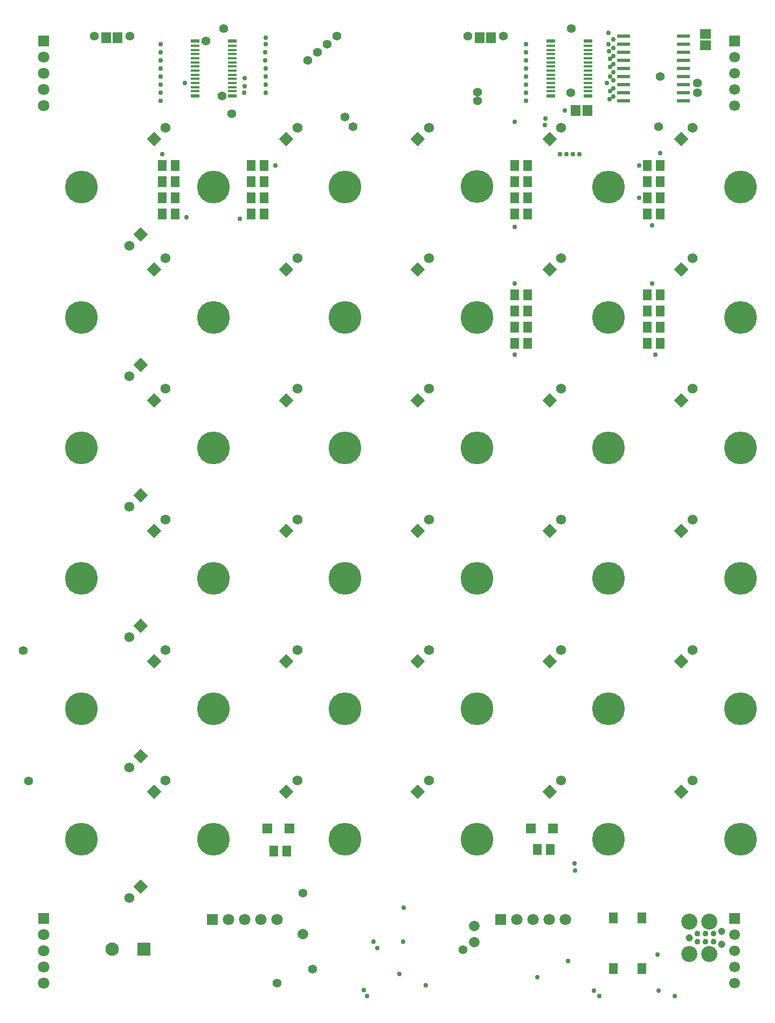
<source format=gbs>
G04*
G04 #@! TF.GenerationSoftware,Altium Limited,Altium Designer,20.2.3 (150)*
G04*
G04 Layer_Color=16711935*
%FSLAX25Y25*%
%MOIN*%
G70*
G04*
G04 #@! TF.SameCoordinates,4877317F-2E7F-43E9-A464-E33F9C0CD60A*
G04*
G04*
G04 #@! TF.FilePolarity,Negative*
G04*
G01*
G75*
%ADD19R,0.05315X0.02362*%
%ADD20R,0.05315X0.01575*%
%ADD23R,0.06693X0.06496*%
%ADD24R,0.06496X0.06693*%
%ADD27R,0.07874X0.02362*%
%ADD28C,0.06181*%
%ADD29P,0.08741X4X270.0*%
%ADD30C,0.20276*%
%ADD31C,0.08268*%
%ADD32R,0.08268X0.08268*%
%ADD33C,0.04491*%
%ADD34C,0.09941*%
%ADD35C,0.06693*%
%ADD36R,0.06693X0.06693*%
%ADD37C,0.07087*%
%ADD38R,0.07087X0.07087*%
%ADD39R,0.07087X0.07087*%
%ADD40C,0.06575*%
%ADD41C,0.02953*%
%ADD42C,0.05591*%
%ADD59R,0.05906X0.05906*%
%ADD62R,0.05512X0.06693*%
%ADD63C,0.03691*%
%ADD64R,0.05709X0.06693*%
D19*
X366484Y712972D02*
D03*
Y747028D02*
D03*
X389516D02*
D03*
Y712972D02*
D03*
X609516D02*
D03*
Y747028D02*
D03*
X586484D02*
D03*
Y712972D02*
D03*
D20*
X366484Y715925D02*
D03*
Y718484D02*
D03*
Y721043D02*
D03*
Y723602D02*
D03*
Y726161D02*
D03*
Y728721D02*
D03*
Y731280D02*
D03*
Y733839D02*
D03*
Y736398D02*
D03*
Y738957D02*
D03*
Y741516D02*
D03*
Y744075D02*
D03*
X389516D02*
D03*
Y741516D02*
D03*
Y738957D02*
D03*
Y736398D02*
D03*
Y733839D02*
D03*
Y731280D02*
D03*
Y728721D02*
D03*
Y726161D02*
D03*
Y723602D02*
D03*
Y721043D02*
D03*
Y718484D02*
D03*
Y715925D02*
D03*
X609516D02*
D03*
Y718484D02*
D03*
Y721043D02*
D03*
Y723602D02*
D03*
Y726161D02*
D03*
Y728721D02*
D03*
Y731280D02*
D03*
Y733839D02*
D03*
Y736398D02*
D03*
Y738957D02*
D03*
Y741516D02*
D03*
Y744075D02*
D03*
X586484D02*
D03*
Y741516D02*
D03*
Y738957D02*
D03*
Y736398D02*
D03*
Y733839D02*
D03*
Y731280D02*
D03*
Y728721D02*
D03*
Y726161D02*
D03*
Y723602D02*
D03*
Y721043D02*
D03*
Y718484D02*
D03*
Y715925D02*
D03*
D23*
X682000Y744457D02*
D03*
Y751543D02*
D03*
D24*
X608968Y704000D02*
D03*
X601882D02*
D03*
X542457Y749000D02*
D03*
X549543D02*
D03*
X311457D02*
D03*
X318543D02*
D03*
D27*
X668504Y710000D02*
D03*
Y715000D02*
D03*
Y720000D02*
D03*
Y725000D02*
D03*
Y730000D02*
D03*
Y735000D02*
D03*
Y740000D02*
D03*
Y745000D02*
D03*
Y750000D02*
D03*
X631496D02*
D03*
Y745000D02*
D03*
Y740000D02*
D03*
Y735000D02*
D03*
Y730000D02*
D03*
Y725000D02*
D03*
Y720000D02*
D03*
Y715000D02*
D03*
Y710000D02*
D03*
D28*
X325741Y216895D02*
D03*
Y297604D02*
D03*
Y378313D02*
D03*
Y459021D02*
D03*
Y539730D02*
D03*
Y620439D02*
D03*
X348275Y289798D02*
D03*
Y370506D02*
D03*
Y451215D02*
D03*
Y531923D02*
D03*
Y612632D02*
D03*
Y693341D02*
D03*
X429771Y289798D02*
D03*
Y370506D02*
D03*
Y451215D02*
D03*
X429771Y531923D02*
D03*
Y612632D02*
D03*
Y693341D02*
D03*
X511267Y289798D02*
D03*
Y370506D02*
D03*
Y451215D02*
D03*
Y531923D02*
D03*
Y612632D02*
D03*
X511267Y693538D02*
D03*
X592763Y289798D02*
D03*
Y370506D02*
D03*
Y451215D02*
D03*
Y531923D02*
D03*
Y612632D02*
D03*
Y693341D02*
D03*
X674259Y289798D02*
D03*
Y370506D02*
D03*
Y451215D02*
D03*
Y531923D02*
D03*
Y693341D02*
D03*
Y612632D02*
D03*
D29*
X332812Y223966D02*
D03*
Y304675D02*
D03*
Y385384D02*
D03*
Y466092D02*
D03*
Y546801D02*
D03*
Y627510D02*
D03*
X341204Y282727D02*
D03*
Y363435D02*
D03*
Y444144D02*
D03*
Y524853D02*
D03*
Y605561D02*
D03*
Y686270D02*
D03*
X422700Y282727D02*
D03*
Y363435D02*
D03*
Y444144D02*
D03*
X422700Y524853D02*
D03*
Y605561D02*
D03*
Y686270D02*
D03*
X504196Y282727D02*
D03*
Y363435D02*
D03*
Y444144D02*
D03*
Y524853D02*
D03*
Y605561D02*
D03*
X504196Y686467D02*
D03*
X585692Y282727D02*
D03*
Y363435D02*
D03*
Y444144D02*
D03*
Y524853D02*
D03*
Y605561D02*
D03*
Y686270D02*
D03*
X667188Y282727D02*
D03*
Y363435D02*
D03*
Y444144D02*
D03*
Y524853D02*
D03*
Y686270D02*
D03*
Y605561D02*
D03*
D30*
X296260Y253346D02*
D03*
Y334055D02*
D03*
Y414764D02*
D03*
Y495472D02*
D03*
Y576181D02*
D03*
Y656890D02*
D03*
X377756Y253346D02*
D03*
Y334055D02*
D03*
Y414764D02*
D03*
Y495472D02*
D03*
Y576181D02*
D03*
Y656890D02*
D03*
X459252Y253346D02*
D03*
Y334055D02*
D03*
Y414764D02*
D03*
X459252Y495472D02*
D03*
Y576181D02*
D03*
Y656890D02*
D03*
X540748Y253346D02*
D03*
Y334055D02*
D03*
Y414764D02*
D03*
Y495472D02*
D03*
Y576181D02*
D03*
X540748Y657087D02*
D03*
X622244Y253346D02*
D03*
Y334055D02*
D03*
Y414764D02*
D03*
Y495472D02*
D03*
Y576181D02*
D03*
Y656890D02*
D03*
X703740Y253346D02*
D03*
Y334055D02*
D03*
Y414764D02*
D03*
Y495472D02*
D03*
Y656890D02*
D03*
Y576181D02*
D03*
D31*
X315158Y185228D02*
D03*
D32*
X334842D02*
D03*
D33*
X692000Y188500D02*
D03*
Y196500D02*
D03*
X672000Y192500D02*
D03*
D34*
Y182500D02*
D03*
X684500D02*
D03*
Y202500D02*
D03*
X672000D02*
D03*
D35*
X700000Y707000D02*
D03*
Y717000D02*
D03*
Y727000D02*
D03*
Y737000D02*
D03*
Y164400D02*
D03*
Y174400D02*
D03*
Y184400D02*
D03*
Y194400D02*
D03*
D36*
Y747000D02*
D03*
Y204400D02*
D03*
D37*
X272638Y164370D02*
D03*
Y174370D02*
D03*
Y194370D02*
D03*
Y184370D02*
D03*
Y707047D02*
D03*
Y717047D02*
D03*
Y737047D02*
D03*
Y727047D02*
D03*
X595472Y203819D02*
D03*
X585472D02*
D03*
X565472D02*
D03*
X575472D02*
D03*
X416968D02*
D03*
X406968D02*
D03*
X386968D02*
D03*
X396969D02*
D03*
D38*
X272638Y204370D02*
D03*
Y747047D02*
D03*
D39*
X555472Y203819D02*
D03*
X376969D02*
D03*
D40*
X539213Y189882D02*
D03*
X433228Y194882D02*
D03*
X539213Y199882D02*
D03*
D41*
X663062Y156438D02*
D03*
X616563D02*
D03*
X472774Y156270D02*
D03*
X613000Y159750D02*
D03*
X622000Y752000D02*
D03*
X495000Y190000D02*
D03*
X479000Y186000D02*
D03*
X476819Y190000D02*
D03*
X597000Y178000D02*
D03*
X470823Y160011D02*
D03*
X578000Y168000D02*
D03*
X509000Y163000D02*
D03*
X653000Y159750D02*
D03*
X492924Y170163D02*
D03*
X652537Y182013D02*
D03*
X495519Y211000D02*
D03*
X601246Y238273D02*
D03*
X601449Y234000D02*
D03*
X623075Y725094D02*
D03*
X623000Y716000D02*
D03*
X622883Y710893D02*
D03*
X625210Y717819D02*
D03*
X625000Y712819D02*
D03*
X621124Y720960D02*
D03*
X625181Y722819D02*
D03*
X625000Y727819D02*
D03*
X623000Y731000D02*
D03*
X361000Y638000D02*
D03*
X346000Y677000D02*
D03*
X360000Y721000D02*
D03*
X595000Y704000D02*
D03*
X564000Y632000D02*
D03*
Y697000D02*
D03*
Y597000D02*
D03*
Y553000D02*
D03*
X649000Y597000D02*
D03*
X651000Y553000D02*
D03*
X649000Y633000D02*
D03*
X654176Y677749D02*
D03*
X641181Y670000D02*
D03*
X625210Y732819D02*
D03*
X623000Y736000D02*
D03*
X625210Y737819D02*
D03*
X622568Y740638D02*
D03*
X622000Y745000D02*
D03*
X625000Y742819D02*
D03*
Y748000D02*
D03*
X397000Y724000D02*
D03*
X394000Y637000D02*
D03*
X416000Y670000D02*
D03*
X396927Y714927D02*
D03*
X397000Y719000D02*
D03*
X582747Y695000D02*
D03*
X583000Y699000D02*
D03*
X592000Y677173D02*
D03*
X596000Y677000D02*
D03*
X600073Y677073D02*
D03*
X604000Y677000D02*
D03*
X641000Y650000D02*
D03*
X410000Y715000D02*
D03*
Y749069D02*
D03*
X345000Y725000D02*
D03*
X571000Y710000D02*
D03*
X570958Y720042D02*
D03*
X571000Y715000D02*
D03*
Y725000D02*
D03*
Y730000D02*
D03*
Y735000D02*
D03*
Y740000D02*
D03*
Y745000D02*
D03*
X345000D02*
D03*
Y740000D02*
D03*
Y735000D02*
D03*
Y730000D02*
D03*
Y720000D02*
D03*
Y715000D02*
D03*
Y710000D02*
D03*
X410000Y745000D02*
D03*
X409910Y740090D02*
D03*
X409808Y735000D02*
D03*
X410000Y730000D02*
D03*
Y725000D02*
D03*
Y720000D02*
D03*
D42*
X599000Y754587D02*
D03*
X433000Y220000D02*
D03*
X532000Y185000D02*
D03*
X598750Y715000D02*
D03*
X459000Y700000D02*
D03*
X464131Y694061D02*
D03*
X653000Y694000D02*
D03*
X557000Y750000D02*
D03*
X436000Y735000D02*
D03*
X389000Y702000D02*
D03*
X304000Y750000D02*
D03*
X326000D02*
D03*
X384000Y754587D02*
D03*
X454000Y750000D02*
D03*
X416968Y164291D02*
D03*
X439000Y173000D02*
D03*
X654000Y725000D02*
D03*
X383000Y713000D02*
D03*
X535000Y750000D02*
D03*
X373000Y747000D02*
D03*
X677000Y715000D02*
D03*
Y721000D02*
D03*
X541000Y710000D02*
D03*
Y715500D02*
D03*
X442000Y740000D02*
D03*
X448000Y745000D02*
D03*
X263399Y289399D02*
D03*
X260000Y370000D02*
D03*
D59*
X424890Y260000D02*
D03*
X411110D02*
D03*
X587890D02*
D03*
X574110D02*
D03*
D62*
X645965Y670000D02*
D03*
X654035D02*
D03*
X654035Y660000D02*
D03*
X645965D02*
D03*
X414965Y246000D02*
D03*
X423035D02*
D03*
X577965Y247000D02*
D03*
X586035D02*
D03*
X654036Y639968D02*
D03*
X645965D02*
D03*
X645965Y649968D02*
D03*
X654035D02*
D03*
X654035Y590000D02*
D03*
X645965D02*
D03*
X645964Y580000D02*
D03*
X654035D02*
D03*
X645964Y570000D02*
D03*
X654035D02*
D03*
X654035Y560000D02*
D03*
X645965D02*
D03*
X563965Y590000D02*
D03*
X572035D02*
D03*
X572035Y570000D02*
D03*
X563965D02*
D03*
X563965Y560000D02*
D03*
X572035D02*
D03*
X572035Y580000D02*
D03*
X563965D02*
D03*
X563965Y640000D02*
D03*
X572035D02*
D03*
X563965Y670000D02*
D03*
X572035D02*
D03*
X572035Y650000D02*
D03*
X563965D02*
D03*
X572035Y660000D02*
D03*
X563965D02*
D03*
X400965Y650000D02*
D03*
X409035D02*
D03*
X409035Y640000D02*
D03*
X400965D02*
D03*
X409035Y670000D02*
D03*
X400965D02*
D03*
X400965Y660000D02*
D03*
X409035D02*
D03*
X354067Y650000D02*
D03*
X345996D02*
D03*
X345996Y640000D02*
D03*
X354067D02*
D03*
X345965Y670000D02*
D03*
X354035D02*
D03*
X354035Y660000D02*
D03*
X345965D02*
D03*
D63*
X677000Y190000D02*
D03*
X682000D02*
D03*
X687000D02*
D03*
Y195000D02*
D03*
X682000D02*
D03*
X677000D02*
D03*
D64*
X642858Y173350D02*
D03*
X625142D02*
D03*
X642858Y204650D02*
D03*
X625142D02*
D03*
M02*

</source>
